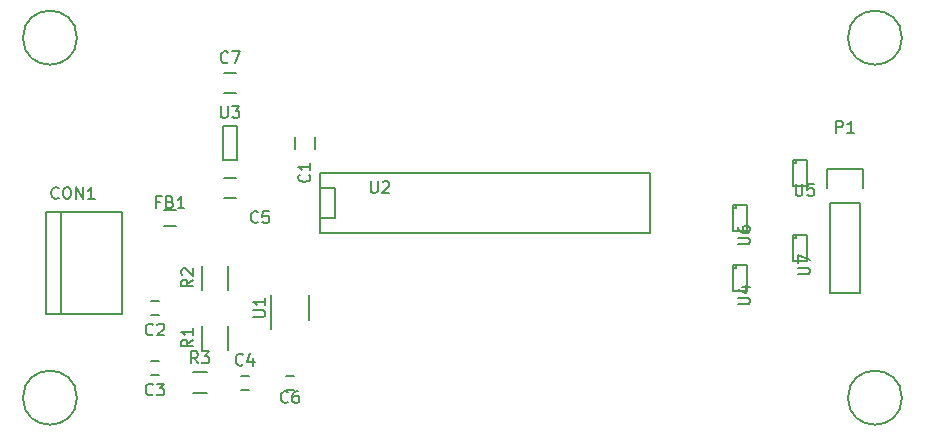
<source format=gbr>
G04 #@! TF.FileFunction,Legend,Top*
%FSLAX46Y46*%
G04 Gerber Fmt 4.6, Leading zero omitted, Abs format (unit mm)*
G04 Created by KiCad (PCBNEW (2015-07-31 BZR 6030)-product) date Mon Aug 24 18:24:23 2015*
%MOMM*%
G01*
G04 APERTURE LIST*
%ADD10C,0.100000*%
%ADD11C,0.150000*%
G04 APERTURE END LIST*
D10*
D11*
X106426000Y-60960000D02*
G75*
G03X106426000Y-60960000I-2286000J0D01*
G01*
X106426000Y-91440000D02*
G75*
G03X106426000Y-91440000I-2286000J0D01*
G01*
X176276000Y-91440000D02*
G75*
G03X176276000Y-91440000I-2286000J0D01*
G01*
X126580000Y-70350000D02*
X126580000Y-69350000D01*
X124880000Y-69350000D02*
X124880000Y-70350000D01*
X113380000Y-84420000D02*
X112680000Y-84420000D01*
X112680000Y-83220000D02*
X113380000Y-83220000D01*
X113380000Y-89500000D02*
X112680000Y-89500000D01*
X112680000Y-88300000D02*
X113380000Y-88300000D01*
X120300000Y-89570000D02*
X121000000Y-89570000D01*
X121000000Y-90770000D02*
X120300000Y-90770000D01*
X119880000Y-72810000D02*
X118880000Y-72810000D01*
X118880000Y-74510000D02*
X119880000Y-74510000D01*
X124110000Y-89570000D02*
X124810000Y-89570000D01*
X124810000Y-90770000D02*
X124110000Y-90770000D01*
X119880000Y-63920000D02*
X118880000Y-63920000D01*
X118880000Y-65620000D02*
X119880000Y-65620000D01*
X103840000Y-75690000D02*
X103840000Y-84390000D01*
X110245000Y-75690000D02*
X110245000Y-84390000D01*
X110245000Y-84390000D02*
X103840000Y-84390000D01*
X105070000Y-84390000D02*
X105070000Y-75690000D01*
X103840000Y-75690000D02*
X110245000Y-75690000D01*
X113800000Y-75525000D02*
X114800000Y-75525000D01*
X114800000Y-76875000D02*
X113800000Y-76875000D01*
X170180000Y-74930000D02*
X170180000Y-82550000D01*
X172720000Y-74930000D02*
X172720000Y-82550000D01*
X173000000Y-72110000D02*
X173000000Y-73660000D01*
X170180000Y-82550000D02*
X172720000Y-82550000D01*
X172720000Y-74930000D02*
X170180000Y-74930000D01*
X169900000Y-73660000D02*
X169900000Y-72110000D01*
X169900000Y-72110000D02*
X173000000Y-72110000D01*
X119185000Y-85360000D02*
X119185000Y-87360000D01*
X117035000Y-87360000D02*
X117035000Y-85360000D01*
X119185000Y-80280000D02*
X119185000Y-82280000D01*
X117035000Y-82280000D02*
X117035000Y-80280000D01*
X117440000Y-91045000D02*
X116240000Y-91045000D01*
X116240000Y-89295000D02*
X117440000Y-89295000D01*
X126085000Y-84870000D02*
X126085000Y-82770000D01*
X122835000Y-85645000D02*
X122835000Y-82770000D01*
X127000000Y-73660000D02*
X128270000Y-73660000D01*
X128270000Y-73660000D02*
X128270000Y-76200000D01*
X128270000Y-76200000D02*
X127000000Y-76200000D01*
X127000000Y-72390000D02*
X154940000Y-72390000D01*
X154940000Y-72390000D02*
X154940000Y-77470000D01*
X154940000Y-77470000D02*
X127000000Y-77470000D01*
X127000000Y-77470000D02*
X127000000Y-72390000D01*
X119980000Y-71300000D02*
X119980000Y-68400000D01*
X118780000Y-71300000D02*
X118780000Y-68400000D01*
X118780000Y-68400000D02*
X119980000Y-68400000D01*
X119980000Y-71300000D02*
X118780000Y-71300000D01*
X162260000Y-80180000D02*
X162260000Y-80480000D01*
X162260000Y-80480000D02*
X161960000Y-80480000D01*
X163160000Y-82380000D02*
X163160000Y-80180000D01*
X163160000Y-80180000D02*
X161960000Y-80180000D01*
X161960000Y-80180000D02*
X161960000Y-82380000D01*
X161960000Y-82380000D02*
X163160000Y-82380000D01*
X167340000Y-71290000D02*
X167340000Y-71590000D01*
X167340000Y-71590000D02*
X167040000Y-71590000D01*
X168240000Y-73490000D02*
X168240000Y-71290000D01*
X168240000Y-71290000D02*
X167040000Y-71290000D01*
X167040000Y-71290000D02*
X167040000Y-73490000D01*
X167040000Y-73490000D02*
X168240000Y-73490000D01*
X162260000Y-75100000D02*
X162260000Y-75400000D01*
X162260000Y-75400000D02*
X161960000Y-75400000D01*
X163160000Y-77300000D02*
X163160000Y-75100000D01*
X163160000Y-75100000D02*
X161960000Y-75100000D01*
X161960000Y-75100000D02*
X161960000Y-77300000D01*
X161960000Y-77300000D02*
X163160000Y-77300000D01*
X167340000Y-77640000D02*
X167340000Y-77940000D01*
X167340000Y-77940000D02*
X167040000Y-77940000D01*
X168240000Y-79840000D02*
X168240000Y-77640000D01*
X168240000Y-77640000D02*
X167040000Y-77640000D01*
X167040000Y-77640000D02*
X167040000Y-79840000D01*
X167040000Y-79840000D02*
X168240000Y-79840000D01*
X176276000Y-60960000D02*
G75*
G03X176276000Y-60960000I-2286000J0D01*
G01*
X126087143Y-72556666D02*
X126134762Y-72604285D01*
X126182381Y-72747142D01*
X126182381Y-72842380D01*
X126134762Y-72985238D01*
X126039524Y-73080476D01*
X125944286Y-73128095D01*
X125753810Y-73175714D01*
X125610952Y-73175714D01*
X125420476Y-73128095D01*
X125325238Y-73080476D01*
X125230000Y-72985238D01*
X125182381Y-72842380D01*
X125182381Y-72747142D01*
X125230000Y-72604285D01*
X125277619Y-72556666D01*
X126182381Y-71604285D02*
X126182381Y-72175714D01*
X126182381Y-71890000D02*
X125182381Y-71890000D01*
X125325238Y-71985238D01*
X125420476Y-72080476D01*
X125468095Y-72175714D01*
X112863334Y-86077143D02*
X112815715Y-86124762D01*
X112672858Y-86172381D01*
X112577620Y-86172381D01*
X112434762Y-86124762D01*
X112339524Y-86029524D01*
X112291905Y-85934286D01*
X112244286Y-85743810D01*
X112244286Y-85600952D01*
X112291905Y-85410476D01*
X112339524Y-85315238D01*
X112434762Y-85220000D01*
X112577620Y-85172381D01*
X112672858Y-85172381D01*
X112815715Y-85220000D01*
X112863334Y-85267619D01*
X113244286Y-85267619D02*
X113291905Y-85220000D01*
X113387143Y-85172381D01*
X113625239Y-85172381D01*
X113720477Y-85220000D01*
X113768096Y-85267619D01*
X113815715Y-85362857D01*
X113815715Y-85458095D01*
X113768096Y-85600952D01*
X113196667Y-86172381D01*
X113815715Y-86172381D01*
X112863334Y-91157143D02*
X112815715Y-91204762D01*
X112672858Y-91252381D01*
X112577620Y-91252381D01*
X112434762Y-91204762D01*
X112339524Y-91109524D01*
X112291905Y-91014286D01*
X112244286Y-90823810D01*
X112244286Y-90680952D01*
X112291905Y-90490476D01*
X112339524Y-90395238D01*
X112434762Y-90300000D01*
X112577620Y-90252381D01*
X112672858Y-90252381D01*
X112815715Y-90300000D01*
X112863334Y-90347619D01*
X113196667Y-90252381D02*
X113815715Y-90252381D01*
X113482381Y-90633333D01*
X113625239Y-90633333D01*
X113720477Y-90680952D01*
X113768096Y-90728571D01*
X113815715Y-90823810D01*
X113815715Y-91061905D01*
X113768096Y-91157143D01*
X113720477Y-91204762D01*
X113625239Y-91252381D01*
X113339524Y-91252381D01*
X113244286Y-91204762D01*
X113196667Y-91157143D01*
X120483334Y-88627143D02*
X120435715Y-88674762D01*
X120292858Y-88722381D01*
X120197620Y-88722381D01*
X120054762Y-88674762D01*
X119959524Y-88579524D01*
X119911905Y-88484286D01*
X119864286Y-88293810D01*
X119864286Y-88150952D01*
X119911905Y-87960476D01*
X119959524Y-87865238D01*
X120054762Y-87770000D01*
X120197620Y-87722381D01*
X120292858Y-87722381D01*
X120435715Y-87770000D01*
X120483334Y-87817619D01*
X121340477Y-88055714D02*
X121340477Y-88722381D01*
X121102381Y-87674762D02*
X120864286Y-88389048D01*
X121483334Y-88389048D01*
X121753334Y-76557143D02*
X121705715Y-76604762D01*
X121562858Y-76652381D01*
X121467620Y-76652381D01*
X121324762Y-76604762D01*
X121229524Y-76509524D01*
X121181905Y-76414286D01*
X121134286Y-76223810D01*
X121134286Y-76080952D01*
X121181905Y-75890476D01*
X121229524Y-75795238D01*
X121324762Y-75700000D01*
X121467620Y-75652381D01*
X121562858Y-75652381D01*
X121705715Y-75700000D01*
X121753334Y-75747619D01*
X122658096Y-75652381D02*
X122181905Y-75652381D01*
X122134286Y-76128571D01*
X122181905Y-76080952D01*
X122277143Y-76033333D01*
X122515239Y-76033333D01*
X122610477Y-76080952D01*
X122658096Y-76128571D01*
X122705715Y-76223810D01*
X122705715Y-76461905D01*
X122658096Y-76557143D01*
X122610477Y-76604762D01*
X122515239Y-76652381D01*
X122277143Y-76652381D01*
X122181905Y-76604762D01*
X122134286Y-76557143D01*
X124293334Y-91797143D02*
X124245715Y-91844762D01*
X124102858Y-91892381D01*
X124007620Y-91892381D01*
X123864762Y-91844762D01*
X123769524Y-91749524D01*
X123721905Y-91654286D01*
X123674286Y-91463810D01*
X123674286Y-91320952D01*
X123721905Y-91130476D01*
X123769524Y-91035238D01*
X123864762Y-90940000D01*
X124007620Y-90892381D01*
X124102858Y-90892381D01*
X124245715Y-90940000D01*
X124293334Y-90987619D01*
X125150477Y-90892381D02*
X124960000Y-90892381D01*
X124864762Y-90940000D01*
X124817143Y-90987619D01*
X124721905Y-91130476D01*
X124674286Y-91320952D01*
X124674286Y-91701905D01*
X124721905Y-91797143D01*
X124769524Y-91844762D01*
X124864762Y-91892381D01*
X125055239Y-91892381D01*
X125150477Y-91844762D01*
X125198096Y-91797143D01*
X125245715Y-91701905D01*
X125245715Y-91463810D01*
X125198096Y-91368571D01*
X125150477Y-91320952D01*
X125055239Y-91273333D01*
X124864762Y-91273333D01*
X124769524Y-91320952D01*
X124721905Y-91368571D01*
X124674286Y-91463810D01*
X119213334Y-63027143D02*
X119165715Y-63074762D01*
X119022858Y-63122381D01*
X118927620Y-63122381D01*
X118784762Y-63074762D01*
X118689524Y-62979524D01*
X118641905Y-62884286D01*
X118594286Y-62693810D01*
X118594286Y-62550952D01*
X118641905Y-62360476D01*
X118689524Y-62265238D01*
X118784762Y-62170000D01*
X118927620Y-62122381D01*
X119022858Y-62122381D01*
X119165715Y-62170000D01*
X119213334Y-62217619D01*
X119546667Y-62122381D02*
X120213334Y-62122381D01*
X119784762Y-63122381D01*
X104880715Y-74522143D02*
X104833096Y-74569762D01*
X104690239Y-74617381D01*
X104595001Y-74617381D01*
X104452143Y-74569762D01*
X104356905Y-74474524D01*
X104309286Y-74379286D01*
X104261667Y-74188810D01*
X104261667Y-74045952D01*
X104309286Y-73855476D01*
X104356905Y-73760238D01*
X104452143Y-73665000D01*
X104595001Y-73617381D01*
X104690239Y-73617381D01*
X104833096Y-73665000D01*
X104880715Y-73712619D01*
X105499762Y-73617381D02*
X105690239Y-73617381D01*
X105785477Y-73665000D01*
X105880715Y-73760238D01*
X105928334Y-73950714D01*
X105928334Y-74284048D01*
X105880715Y-74474524D01*
X105785477Y-74569762D01*
X105690239Y-74617381D01*
X105499762Y-74617381D01*
X105404524Y-74569762D01*
X105309286Y-74474524D01*
X105261667Y-74284048D01*
X105261667Y-73950714D01*
X105309286Y-73760238D01*
X105404524Y-73665000D01*
X105499762Y-73617381D01*
X106356905Y-74617381D02*
X106356905Y-73617381D01*
X106928334Y-74617381D01*
X106928334Y-73617381D01*
X107928334Y-74617381D02*
X107356905Y-74617381D01*
X107642619Y-74617381D02*
X107642619Y-73617381D01*
X107547381Y-73760238D01*
X107452143Y-73855476D01*
X107356905Y-73903095D01*
X113466667Y-74858571D02*
X113133333Y-74858571D01*
X113133333Y-75382381D02*
X113133333Y-74382381D01*
X113609524Y-74382381D01*
X114323810Y-74858571D02*
X114466667Y-74906190D01*
X114514286Y-74953810D01*
X114561905Y-75049048D01*
X114561905Y-75191905D01*
X114514286Y-75287143D01*
X114466667Y-75334762D01*
X114371429Y-75382381D01*
X113990476Y-75382381D01*
X113990476Y-74382381D01*
X114323810Y-74382381D01*
X114419048Y-74430000D01*
X114466667Y-74477619D01*
X114514286Y-74572857D01*
X114514286Y-74668095D01*
X114466667Y-74763333D01*
X114419048Y-74810952D01*
X114323810Y-74858571D01*
X113990476Y-74858571D01*
X115514286Y-75382381D02*
X114942857Y-75382381D01*
X115228571Y-75382381D02*
X115228571Y-74382381D01*
X115133333Y-74525238D01*
X115038095Y-74620476D01*
X114942857Y-74668095D01*
X170711905Y-69012381D02*
X170711905Y-68012381D01*
X171092858Y-68012381D01*
X171188096Y-68060000D01*
X171235715Y-68107619D01*
X171283334Y-68202857D01*
X171283334Y-68345714D01*
X171235715Y-68440952D01*
X171188096Y-68488571D01*
X171092858Y-68536190D01*
X170711905Y-68536190D01*
X172235715Y-69012381D02*
X171664286Y-69012381D01*
X171950000Y-69012381D02*
X171950000Y-68012381D01*
X171854762Y-68155238D01*
X171759524Y-68250476D01*
X171664286Y-68298095D01*
X116262381Y-86526666D02*
X115786190Y-86860000D01*
X116262381Y-87098095D02*
X115262381Y-87098095D01*
X115262381Y-86717142D01*
X115310000Y-86621904D01*
X115357619Y-86574285D01*
X115452857Y-86526666D01*
X115595714Y-86526666D01*
X115690952Y-86574285D01*
X115738571Y-86621904D01*
X115786190Y-86717142D01*
X115786190Y-87098095D01*
X116262381Y-85574285D02*
X116262381Y-86145714D01*
X116262381Y-85860000D02*
X115262381Y-85860000D01*
X115405238Y-85955238D01*
X115500476Y-86050476D01*
X115548095Y-86145714D01*
X116262381Y-81446666D02*
X115786190Y-81780000D01*
X116262381Y-82018095D02*
X115262381Y-82018095D01*
X115262381Y-81637142D01*
X115310000Y-81541904D01*
X115357619Y-81494285D01*
X115452857Y-81446666D01*
X115595714Y-81446666D01*
X115690952Y-81494285D01*
X115738571Y-81541904D01*
X115786190Y-81637142D01*
X115786190Y-82018095D01*
X115357619Y-81065714D02*
X115310000Y-81018095D01*
X115262381Y-80922857D01*
X115262381Y-80684761D01*
X115310000Y-80589523D01*
X115357619Y-80541904D01*
X115452857Y-80494285D01*
X115548095Y-80494285D01*
X115690952Y-80541904D01*
X116262381Y-81113333D01*
X116262381Y-80494285D01*
X116673334Y-88522381D02*
X116340000Y-88046190D01*
X116101905Y-88522381D02*
X116101905Y-87522381D01*
X116482858Y-87522381D01*
X116578096Y-87570000D01*
X116625715Y-87617619D01*
X116673334Y-87712857D01*
X116673334Y-87855714D01*
X116625715Y-87950952D01*
X116578096Y-87998571D01*
X116482858Y-88046190D01*
X116101905Y-88046190D01*
X117006667Y-87522381D02*
X117625715Y-87522381D01*
X117292381Y-87903333D01*
X117435239Y-87903333D01*
X117530477Y-87950952D01*
X117578096Y-87998571D01*
X117625715Y-88093810D01*
X117625715Y-88331905D01*
X117578096Y-88427143D01*
X117530477Y-88474762D01*
X117435239Y-88522381D01*
X117149524Y-88522381D01*
X117054286Y-88474762D01*
X117006667Y-88427143D01*
X121362381Y-84581905D02*
X122171905Y-84581905D01*
X122267143Y-84534286D01*
X122314762Y-84486667D01*
X122362381Y-84391429D01*
X122362381Y-84200952D01*
X122314762Y-84105714D01*
X122267143Y-84058095D01*
X122171905Y-84010476D01*
X121362381Y-84010476D01*
X122362381Y-83010476D02*
X122362381Y-83581905D01*
X122362381Y-83296191D02*
X121362381Y-83296191D01*
X121505238Y-83391429D01*
X121600476Y-83486667D01*
X121648095Y-83581905D01*
X131318095Y-73112381D02*
X131318095Y-73921905D01*
X131365714Y-74017143D01*
X131413333Y-74064762D01*
X131508571Y-74112381D01*
X131699048Y-74112381D01*
X131794286Y-74064762D01*
X131841905Y-74017143D01*
X131889524Y-73921905D01*
X131889524Y-73112381D01*
X132318095Y-73207619D02*
X132365714Y-73160000D01*
X132460952Y-73112381D01*
X132699048Y-73112381D01*
X132794286Y-73160000D01*
X132841905Y-73207619D01*
X132889524Y-73302857D01*
X132889524Y-73398095D01*
X132841905Y-73540952D01*
X132270476Y-74112381D01*
X132889524Y-74112381D01*
X118618095Y-66762381D02*
X118618095Y-67571905D01*
X118665714Y-67667143D01*
X118713333Y-67714762D01*
X118808571Y-67762381D01*
X118999048Y-67762381D01*
X119094286Y-67714762D01*
X119141905Y-67667143D01*
X119189524Y-67571905D01*
X119189524Y-66762381D01*
X119570476Y-66762381D02*
X120189524Y-66762381D01*
X119856190Y-67143333D01*
X119999048Y-67143333D01*
X120094286Y-67190952D01*
X120141905Y-67238571D01*
X120189524Y-67333810D01*
X120189524Y-67571905D01*
X120141905Y-67667143D01*
X120094286Y-67714762D01*
X119999048Y-67762381D01*
X119713333Y-67762381D01*
X119618095Y-67714762D01*
X119570476Y-67667143D01*
X162412381Y-83541905D02*
X163221905Y-83541905D01*
X163317143Y-83494286D01*
X163364762Y-83446667D01*
X163412381Y-83351429D01*
X163412381Y-83160952D01*
X163364762Y-83065714D01*
X163317143Y-83018095D01*
X163221905Y-82970476D01*
X162412381Y-82970476D01*
X162745714Y-82065714D02*
X163412381Y-82065714D01*
X162364762Y-82303810D02*
X163079048Y-82541905D01*
X163079048Y-81922857D01*
X167278095Y-73342381D02*
X167278095Y-74151905D01*
X167325714Y-74247143D01*
X167373333Y-74294762D01*
X167468571Y-74342381D01*
X167659048Y-74342381D01*
X167754286Y-74294762D01*
X167801905Y-74247143D01*
X167849524Y-74151905D01*
X167849524Y-73342381D01*
X168801905Y-73342381D02*
X168325714Y-73342381D01*
X168278095Y-73818571D01*
X168325714Y-73770952D01*
X168420952Y-73723333D01*
X168659048Y-73723333D01*
X168754286Y-73770952D01*
X168801905Y-73818571D01*
X168849524Y-73913810D01*
X168849524Y-74151905D01*
X168801905Y-74247143D01*
X168754286Y-74294762D01*
X168659048Y-74342381D01*
X168420952Y-74342381D01*
X168325714Y-74294762D01*
X168278095Y-74247143D01*
X162412381Y-78461905D02*
X163221905Y-78461905D01*
X163317143Y-78414286D01*
X163364762Y-78366667D01*
X163412381Y-78271429D01*
X163412381Y-78080952D01*
X163364762Y-77985714D01*
X163317143Y-77938095D01*
X163221905Y-77890476D01*
X162412381Y-77890476D01*
X162412381Y-76985714D02*
X162412381Y-77176191D01*
X162460000Y-77271429D01*
X162507619Y-77319048D01*
X162650476Y-77414286D01*
X162840952Y-77461905D01*
X163221905Y-77461905D01*
X163317143Y-77414286D01*
X163364762Y-77366667D01*
X163412381Y-77271429D01*
X163412381Y-77080952D01*
X163364762Y-76985714D01*
X163317143Y-76938095D01*
X163221905Y-76890476D01*
X162983810Y-76890476D01*
X162888571Y-76938095D01*
X162840952Y-76985714D01*
X162793333Y-77080952D01*
X162793333Y-77271429D01*
X162840952Y-77366667D01*
X162888571Y-77414286D01*
X162983810Y-77461905D01*
X167492381Y-81001905D02*
X168301905Y-81001905D01*
X168397143Y-80954286D01*
X168444762Y-80906667D01*
X168492381Y-80811429D01*
X168492381Y-80620952D01*
X168444762Y-80525714D01*
X168397143Y-80478095D01*
X168301905Y-80430476D01*
X167492381Y-80430476D01*
X167492381Y-80049524D02*
X167492381Y-79382857D01*
X168492381Y-79811429D01*
M02*

</source>
